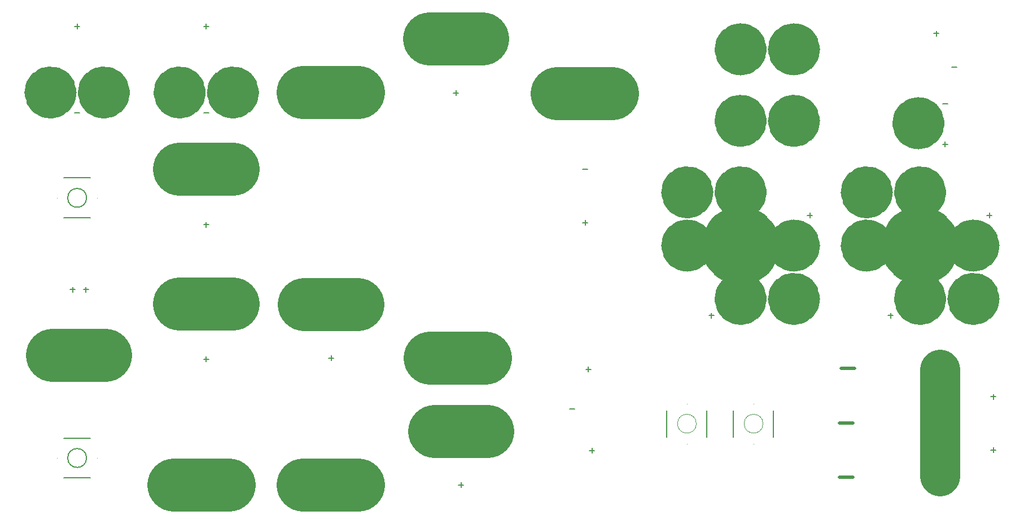
<source format=gto>
G04 #@! TF.FileFunction,Legend,Top*
%FSLAX46Y46*%
G04 Gerber Fmt 4.6, Leading zero omitted, Abs format (unit mm)*
G04 Created by KiCad (PCBNEW 4.0.1-3.201512221402+6198~38~ubuntu14.04.1-stable) date Thu 03 Mar 2016 09:20:13 PM PST*
%MOMM*%
G01*
G04 APERTURE LIST*
%ADD10C,0.100000*%
%ADD11C,8.000000*%
%ADD12C,5.000000*%
%ADD13C,0.500000*%
%ADD14C,6.000000*%
%ADD15C,0.150000*%
%ADD16C,9.000000*%
G04 APERTURE END LIST*
D10*
D11*
X130336000Y-95731000D02*
X138636000Y-95731000D01*
D12*
X186319214Y-60130000D02*
G75*
G03X186319214Y-60130000I-1414214J0D01*
G01*
X178319214Y-60130000D02*
G75*
G03X178319214Y-60130000I-1414214J0D01*
G01*
D11*
X149386000Y-56051000D02*
X157686000Y-56051000D01*
X111291000Y-114781000D02*
X119591000Y-114781000D01*
D13*
X191754000Y-113592000D02*
X193786000Y-113592000D01*
X191754000Y-105492000D02*
X193786000Y-105492000D01*
X191954000Y-97292000D02*
X193986000Y-97292000D01*
D11*
X111291000Y-55926000D02*
X119591000Y-55926000D01*
D14*
X206802000Y-113464000D02*
X206802000Y-97464000D01*
D11*
X138221000Y-47876000D02*
X130221000Y-47876000D01*
D15*
X78808614Y-110745200D02*
G75*
G03X78808614Y-110745200I-1414214J0D01*
G01*
X75394400Y-113745200D02*
X79394400Y-113745200D01*
X75394400Y-107745200D02*
X79394400Y-107745200D01*
D10*
X74394400Y-110745200D02*
X74394400Y-110745200D01*
X79394400Y-113745200D02*
X75394400Y-113745200D01*
X79394400Y-107745200D02*
X75394400Y-107745200D01*
X80394400Y-110745200D02*
X80394400Y-110745200D01*
X78808614Y-110745200D02*
G75*
G03X78808614Y-110745200I-1414214J0D01*
G01*
D15*
X78808614Y-71695200D02*
G75*
G03X78808614Y-71695200I-1414214J0D01*
G01*
X75394400Y-74695200D02*
X79394400Y-74695200D01*
X75394400Y-68695200D02*
X79394400Y-68695200D01*
D10*
X74394400Y-71695200D02*
X74394400Y-71695200D01*
X79394400Y-74695200D02*
X75394400Y-74695200D01*
X79394400Y-68695200D02*
X75394400Y-68695200D01*
X80394400Y-71695200D02*
X80394400Y-71695200D01*
X78808614Y-71695200D02*
G75*
G03X78808614Y-71695200I-1414214J0D01*
G01*
D11*
X91931000Y-114781000D02*
X100231000Y-114781000D01*
D12*
X204985214Y-60490000D02*
G75*
G03X204985214Y-60490000I-1414214J0D01*
G01*
D11*
X138983000Y-106731000D02*
X130983000Y-106731000D01*
X119496000Y-87681000D02*
X111496000Y-87681000D01*
D12*
X186319214Y-49400000D02*
G75*
G03X186319214Y-49400000I-1414214J0D01*
G01*
X178319214Y-49400000D02*
G75*
G03X178319214Y-49400000I-1414214J0D01*
G01*
D11*
X92761000Y-67431000D02*
X100761000Y-67431000D01*
D15*
X95261000Y-69201000D02*
X98261000Y-69201000D01*
D12*
X74810214Y-55876000D02*
G75*
G03X74810214Y-55876000I-1414214J0D01*
G01*
X82810214Y-55876000D02*
G75*
G03X82810214Y-55876000I-1414214J0D01*
G01*
X94175214Y-55876000D02*
G75*
G03X94175214Y-55876000I-1414214J0D01*
G01*
X102175214Y-55876000D02*
G75*
G03X102175214Y-55876000I-1414214J0D01*
G01*
D11*
X92761000Y-87621000D02*
X100761000Y-87621000D01*
D15*
X95261000Y-89391000D02*
X98261000Y-89391000D01*
D12*
X170319214Y-70860000D02*
G75*
G03X170319214Y-70860000I-1414214J0D01*
G01*
X186319214Y-78860000D02*
G75*
G03X186319214Y-78860000I-1414214J0D01*
G01*
X170319214Y-78860000D02*
G75*
G03X170319214Y-78860000I-1414214J0D01*
G01*
X178319214Y-86860000D02*
G75*
G03X178319214Y-86860000I-1414214J0D01*
G01*
X178319214Y-70860000D02*
G75*
G03X178319214Y-70860000I-1414214J0D01*
G01*
X186319213Y-86860000D02*
G75*
G03X186319213Y-86860000I-1414213J0D01*
G01*
D16*
X178319214Y-78860000D02*
G75*
G03X178319214Y-78860000I-1414214J0D01*
G01*
D12*
X197239214Y-70860000D02*
G75*
G03X197239214Y-70860000I-1414214J0D01*
G01*
X213239214Y-78860000D02*
G75*
G03X213239214Y-78860000I-1414214J0D01*
G01*
X197239214Y-78860000D02*
G75*
G03X197239214Y-78860000I-1414214J0D01*
G01*
X205239214Y-86860000D02*
G75*
G03X205239214Y-86860000I-1414214J0D01*
G01*
X205239214Y-70860000D02*
G75*
G03X205239214Y-70860000I-1414214J0D01*
G01*
X213239213Y-86860000D02*
G75*
G03X213239213Y-86860000I-1414213J0D01*
G01*
D16*
X205239214Y-78860000D02*
G75*
G03X205239214Y-78860000I-1414214J0D01*
G01*
D11*
X73716000Y-95366000D02*
X81616000Y-95366000D01*
D15*
X171848200Y-107594600D02*
X171848200Y-103594600D01*
X165848200Y-107594600D02*
X165848200Y-103594600D01*
D10*
X168848200Y-108594600D02*
X168848200Y-108594600D01*
X171848200Y-103594600D02*
X171848200Y-107594600D01*
X165848200Y-103594600D02*
X165848200Y-107594600D01*
X168848200Y-102594600D02*
X168848200Y-102594600D01*
X170262414Y-105594600D02*
G75*
G03X170262414Y-105594600I-1414214J0D01*
G01*
D15*
X181848200Y-107594600D02*
X181848200Y-103594600D01*
X175848200Y-107594600D02*
X175848200Y-103594600D01*
D10*
X178848200Y-108594600D02*
X178848200Y-108594600D01*
X181848200Y-103594600D02*
X181848200Y-107594600D01*
X175848200Y-103594600D02*
X175848200Y-107594600D01*
X178848200Y-102594600D02*
X178848200Y-102594600D01*
X180262414Y-105594600D02*
G75*
G03X180262414Y-105594600I-1414214J0D01*
G01*
D15*
X153705048Y-97437429D02*
X154466953Y-97437429D01*
X154086001Y-97818381D02*
X154086001Y-97056476D01*
X153205048Y-75437429D02*
X153966953Y-75437429D01*
X153586001Y-75818381D02*
X153586001Y-75056476D01*
X153205048Y-67437429D02*
X153966953Y-67437429D01*
X214421048Y-101535429D02*
X215182953Y-101535429D01*
X214802001Y-101916381D02*
X214802001Y-101154476D01*
X206873429Y-109844952D02*
X206873429Y-109083047D01*
X206873429Y-101844952D02*
X206873429Y-101083047D01*
X214421048Y-109535429D02*
X215182953Y-109535429D01*
X214802001Y-109916381D02*
X214802001Y-109154476D01*
X133840048Y-55947429D02*
X134601953Y-55947429D01*
X134221001Y-56328381D02*
X134221001Y-55566476D01*
X133840048Y-47947429D02*
X134601953Y-47947429D01*
X207190048Y-57561429D02*
X207951953Y-57561429D01*
X207190048Y-63661429D02*
X207951953Y-63661429D01*
X207571001Y-64042381D02*
X207571001Y-63280476D01*
X134602048Y-114802429D02*
X135363953Y-114802429D01*
X134983001Y-115183381D02*
X134983001Y-114421476D01*
X134602048Y-106802429D02*
X135363953Y-106802429D01*
X115115048Y-95752429D02*
X115876953Y-95752429D01*
X115496001Y-96133381D02*
X115496001Y-95371476D01*
X115115048Y-87752429D02*
X115876953Y-87752429D01*
X96380048Y-75702429D02*
X97141953Y-75702429D01*
X96761001Y-76083381D02*
X96761001Y-75321476D01*
X77015048Y-45947429D02*
X77776953Y-45947429D01*
X77396001Y-46328381D02*
X77396001Y-45566476D01*
X77015048Y-58947429D02*
X77776953Y-58947429D01*
X96380048Y-45947429D02*
X97141953Y-45947429D01*
X96761001Y-46328381D02*
X96761001Y-45566476D01*
X96380048Y-58947429D02*
X97141953Y-58947429D01*
X96380048Y-95892429D02*
X97141953Y-95892429D01*
X96761001Y-96273381D02*
X96761001Y-95511476D01*
X186924048Y-74331429D02*
X187685953Y-74331429D01*
X187305001Y-74712381D02*
X187305001Y-73950476D01*
X172124048Y-89331429D02*
X172885953Y-89331429D01*
X172505001Y-89712381D02*
X172505001Y-88950476D01*
X213844048Y-74331429D02*
X214605953Y-74331429D01*
X214225001Y-74712381D02*
X214225001Y-73950476D01*
X199044048Y-89331429D02*
X199805953Y-89331429D01*
X199425001Y-89712381D02*
X199425001Y-88950476D01*
X76335048Y-85437429D02*
X77096953Y-85437429D01*
X76716001Y-85818381D02*
X76716001Y-85056476D01*
X78335048Y-85437429D02*
X79096953Y-85437429D01*
X78716001Y-85818381D02*
X78716001Y-85056476D01*
X154234048Y-109613429D02*
X154995953Y-109613429D01*
X154615001Y-109994381D02*
X154615001Y-109232476D01*
X151234048Y-103413429D02*
X151995953Y-103413429D01*
X208580048Y-52098429D02*
X209341953Y-52098429D01*
X205880048Y-46998429D02*
X206641953Y-46998429D01*
X206261001Y-47379381D02*
X206261001Y-46617476D01*
M02*

</source>
